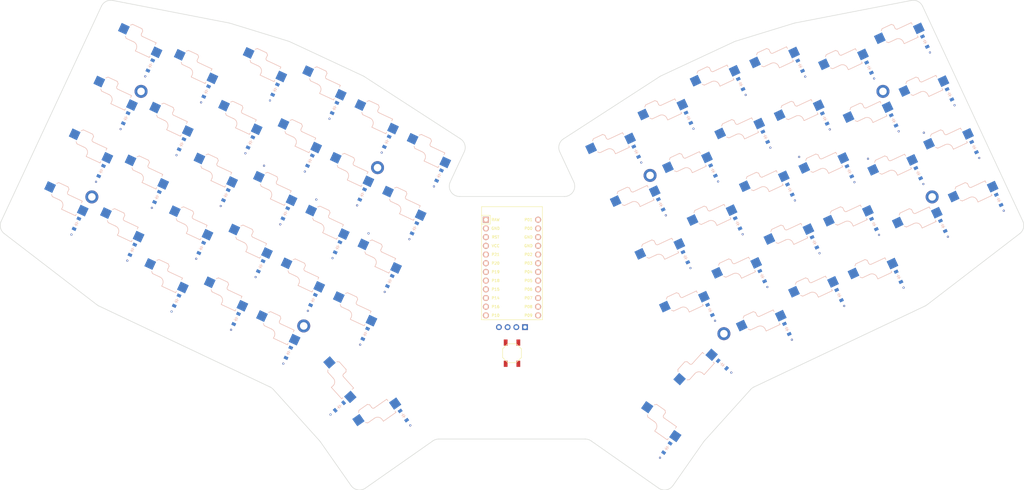
<source format=kicad_pcb>
(kicad_pcb (version 20240108) (generator "pcbnew") (generator_version "8.0")
  (title_block (title "choc") (date "2024-12-16") (rev "v1.0.0") (company "Unknown"))
  (layers (0 "F.Cu" signal) (31 "B.Cu" signal) (34 "B.Paste" user) (35 "F.Paste" user) (36 "B.SilkS" user "B.Silkscreen") (37 "F.SilkS" user "F.Silkscreen") (38 "B.Mask" user) (39 "F.Mask" user) (44 "Edge.Cuts" user))
  (net 0 "")
  (net 1 "P4")
  (net 2 "outer_bottom")
  (net 3 "GND")
  (net 4 "outer_home")
  (net 5 "outer_top")
  (net 6 "outer_num")
  (net 7 "P5")
  (net 8 "pinky_bottom")
  (net 9 "pinky_home")
  (net 10 "pinky_top")
  (net 11 "pinky_num")
  (net 12 "ring_mod")
  (net 13 "P6")
  (net 14 "ring_bottom")
  (net 15 "ring_home")
  (net 16 "ring_top")
  (net 17 "ring_num")
  (net 18 "middle_mod")
  (net 19 "P19")
  (net 20 "middle_bottom")
  (net 21 "middle_home")
  (net 22 "middle_top")
  (net 23 "middle_num")
  (net 24 "index_mod")
  (net 25 "P18")
  (net 26 "index_bottom")
  (net 27 "index_home")
  (net 28 "index_top")
  (net 29 "index_num")
  (net 30 "P15")
  (net 31 "inner_bottom")
  (net 32 "inner_home")
  (net 33 "inner_top")
  (net 34 "inner_num")
  (net 35 "select_fan")
  (net 36 "space_fan")
  (net 37 "mirror_outer_bottom")
  (net 38 "mirror_outer_home")
  (net 39 "mirror_outer_top")
  (net 40 "mirror_outer_num")
  (net 41 "mirror_pinky_bottom")
  (net 42 "mirror_pinky_home")
  (net 43 "mirror_pinky_top")
  (net 44 "mirror_pinky_num")
  (net 45 "mirror_ring_mod")
  (net 46 "mirror_ring_bottom")
  (net 47 "mirror_ring_home")
  (net 48 "mirror_ring_top")
  (net 49 "mirror_ring_num")
  (net 50 "mirror_middle_mod")
  (net 51 "mirror_middle_bottom")
  (net 52 "mirror_middle_home")
  (net 53 "mirror_middle_top")
  (net 54 "mirror_middle_num")
  (net 55 "mirror_index_mod")
  (net 56 "mirror_index_bottom")
  (net 57 "mirror_index_home")
  (net 58 "mirror_index_top")
  (net 59 "mirror_index_num")
  (net 60 "mirror_inner_bottom")
  (net 61 "mirror_inner_home")
  (net 62 "mirror_inner_top")
  (net 63 "mirror_inner_num")
  (net 64 "mirror_select_fan")
  (net 65 "mirror_space_fan")
  (net 66 "P16")
  (net 67 "P14")
  (net 68 "P20")
  (net 69 "P21")
  (net 70 "P10")
  (net 71 "P8")
  (net 72 "P7")
  (net 73 "P0")
  (net 74 "P1")
  (net 75 "P9")
  (net 76 "RAW")
  (net 77 "RST")
  (net 78 "VCC")
  (net 79 "P2")
  (net 80 "P3")
  (footprint "E73:SW_TACT_ALPS_SKQGABE010" (layer "F.Cu") (at 209.935485 168.520385 -90)
    (property "Reference" "B1" (hide yes))
    (property "Value" "" (hide yes))
  )
  (footprint "VIA-0.6mm" (layer "F.Cu") (at 346.359472 111.515429 25)
    (property "Reference" "REF**" (hide yes))
    (property "Value" "VIA-0.6mm" (hide yes))
  )
  (footprint "VIA-0.6mm" (layer "F.Cu") (at 117.707179 140.951237 -25)
    (property "Reference" "REF**" (hide yes))
    (property "Value" "VIA-0.6mm" (hide yes))
  )
  (footprint "VIA-0.6mm" (layer "F.Cu") (at 104.774585 126.093646 -25)
    (property "Reference" "REF**" (hide yes))
    (property "Value" "VIA-0.6mm" (hide yes))
  )
  (footprint "VIA-0.6mm" (layer "F.Cu") (at 168.03818 133.526386 -25)
    (property "Reference" "REF**" (hide yes))
    (property "Value" "VIA-0.6mm" (hide yes))
  )
  (footprint "mounting_hole" (layer "F.Cu") (at 250.259511 116.605972 25)
    (property "Reference" "H8" (hide yes))
    (property "Value" "")
  )
  (footprint "VIA-0.6mm" (layer "F.Cu") (at 124.89169 125.544005 -25)
    (property "Reference" "REF**" (hide yes))
    (property "Value" "VIA-0.6mm" (hide yes))
  )
  (footprint "VIA-0.6mm" (layer "F.Cu") (at 127.892755 161.699829 -25)
    (property "Reference" "REF**" (hide yes))
    (property "Value" "VIA-0.6mm" (hide yes))
  )
  (footprint "VIA-0.6mm" (layer "F.Cu") (at 317.113338 133.980149 25)
    (property "Reference" "REF**" (hide yes))
    (property "Value" "VIA-0.6mm" (hide yes))
  )
  (footprint "VIA-0.6mm" (layer "F.Cu") (at 110.522669 156.358469 -25)
    (property "Reference" "REF**" (hide yes))
    (property "Value" "VIA-0.6mm" (hide yes))
  )
  (footprint "VIA-0.6mm" (layer "F.Cu") (at 97.590075 141.500878 -25)
    (property "Reference" "REF**" (hide yes))
    (property "Value" "VIA-0.6mm" (hide yes))
  )
  (footprint "VIA-0.6mm" (layer "F.Cu") (at 135.077265 146.292596 -25)
    (property "Reference" "REF**" (hide yes))
    (property "Value" "VIA-0.6mm" (hide yes))
  )
  (footprint "VIA-0.6mm" (layer "F.Cu") (at 81.276535 133.89375 -25)
    (property "Reference" "REF**" (hide yes))
    (property "Value" "VIA-0.6mm" (hide yes))
  )
  (footprint "mounting_hole" (layer "F.Cu") (at 87.24126 122.882923 -25)
    (property "Reference" "H3" (hide yes))
    (property "Value" "")
  )
  (footprint "VIA-0.6mm" (layer "F.Cu") (at 315.676911 88.308093 25)
    (property "Reference" "REF**" (hide yes))
    (property "Value" "VIA-0.6mm" (hide yes))
  )
  (footprint "VIA-0.6mm" (layer "F.Cu") (at 262.044753 143.660072 25)
    (property "Reference" "REF**" (hide yes))
    (property "Value" "VIA-0.6mm" (hide yes))
  )
  (footprint "VIA-0.6mm" (layer "F.Cu") (at 142.261776 130.885364 -25)
    (property "Reference" "REF**" (hide yes))
    (property "Value" "VIA-0.6mm" (hide yes))
  )
  (footprint "VIA-0.6mm" (layer "F.Cu") (at 132.0762 110.136772 -25)
    (property "Reference" "REF**" (hide yes))
    (property "Value" "VIA-0.6mm" (hide yes))
  )
  (footprint "VIA-0.6mm" (layer "F.Cu") (at 165.591254 166.038393 -25)
    (property "Reference" "REF**" (hide yes))
    (property "Value" "VIA-0.6mm" (hide yes))
  )
  (footprint "VIA-0.6mm" (layer "F.Cu") (at 331.990451 80.700964 25)
    (property "Reference" "REF**" (hide yes))
    (property "Value" "VIA-0.6mm" (hide yes))
  )
  (footprint "VIA-0.6mm" (layer "F.Cu") (at 157.51877 140.758262 -25)
    (property "Reference" "REF**" (hide yes))
    (property "Value" "VIA-0.6mm" (hide yes))
  )
  (footprint "VIA-0.6mm" (layer "F.Cu") (at 295.559807 87.758451 25)
    (property "Reference" "REF**" (hide yes))
    (property "Value" "VIA-0.6mm" (hide yes))
  )
  (footprint "VIA-0.6mm" (layer "F.Cu") (at 309.928828 118.572916 25)
    (property "Reference" "REF**" (hide yes))
    (property "Value" "VIA-0.6mm" (hide yes))
  )
  (footprint "mounting_hole" (layer "F.Cu") (at 271.813042 162.827669 25)
    (property "Reference" "H5" (hide yes))
    (property "Value" "")
  )
  (footprint "VIA-0.6mm" (layer "F.Cu") (at 88.461045 118.486517 -25)
    (property "Reference" "REF**" (hide yes))
    (property "Value" "VIA-0.6mm" (hide yes))
  )
  (footprint "VIA-0.6mm" (layer "F.Cu") (at 277.301747 133.787174 25)
    (property "Reference" "REF**" (hide yes))
    (property "Value" "VIA-0.6mm" (hide yes))
  )
  (footprint "VIA-0.6mm" (layer "F.Cu") (at 254.860242 128.252839 25)
    (property "Reference" "REF**" (hide yes))
    (property "Value" "VIA-0.6mm" (hide yes))
  )
  (footprint "VIA-0.6mm" (layer "F.Cu") (at 306.927763 154.72874 25)
    (property "Reference" "REF**" (hide yes))
    (property "Value" "VIA-0.6mm" (hide yes))
  )
  (footprint "VIA-0.6mm" (layer "F.Cu") (at 322.861422 103.715325 25)
    (property "Reference" "REF**" (hide yes))
    (property "Value" "VIA-0.6mm" (hide yes))
  )
  (footprint "VIA-0.6mm" (layer "F.Cu") (at 270.117237 118.379941 25)
    (property "Reference" "REF**" (hide yes))
    (property "Value" "VIA-0.6mm" (hide yes))
  )
  (footprint "VIA-0.6mm" (layer "F.Cu") (at 95.645556 103.079285 -25)
    (property "Reference" "REF**" (hide yes))
    (property "Value" "VIA-0.6mm" (hide yes))
  )
  (footprint "VIA-0.6mm" (layer "F.Cu") (at 353.543983 126.922661 25)
    (property "Reference" "REF**" (hide yes))
    (property "Value" "VIA-0.6mm" (hide yes))
  )
  (footprint "mounting_hole" (layer "F.Cu") (at 318.26069 92.068458 25)
    (property "Reference" "H7" (hide yes))
    (property "Value" "")
  )
  (footprint "VIA-0.6mm" (layer "F.Cu") (at 273.971729 174.189332 48)
    (property "Reference" "REF**" (hide yes))
    (property "Value" "VIA-0.6mm" (hide yes))
  )
  (footprint "VIA-0.6mm" (layer "F.Cu") (at 150.33426 156.165494 -25)
    (property "Reference" "REF**" (hide yes))
    (property "Value" "VIA-0.6mm" (hide yes))
  )
  (footprint "VIA-0.6mm" (layer "F.Cu") (at 187.144786 119.816695 -25)
    (property "Reference" "REF**" (hide yes))
    (property "Value" "VIA-0.6mm" (hide yes))
  )
  (footprint "VIA-0.6mm" (layer "F.Cu") (at 313.897654 111.757021 25)
    (property "Reference" "REF**" (hide yes))
    (property "Value" "VIA-0.6mm" (hide yes))
  )
  (footprint "mounting_hole" (layer "F.Cu") (at 170.668006 114.340202 -25)
    (property "Reference" "H1" (hide yes))
    (property "Value" "")
  )
  (footprint "VIA-0.6mm" (layer "F.Cu") (at 278.189721 93.099811 25)
    (property "Reference" "REF**" (hide yes))
    (property "Value" "VIA-0.6mm" (hide yes))
  )
  (footprint "VIA-0.6mm" (layer "F.Cu") (at 137.524191 113.78059 -25)
    (property "Reference" "REF**" (hide yes))
    (property "Value" "VIA-0.6mm" (hide yes))
  )
  (footprint "VIA-0.6mm" (layer "F.Cu") (at 149.446286 115.478131 -25)
    (property "Reference" "REF**" (hide yes))
    (property "Value" "VIA-0.6mm" (hide yes))
  )
  (footprint "VIA-0.6mm" (layer "F.Cu") (at 285.374231 108.507043 25)
    (property "Reference" "REF**" (hide yes))
    (property "Value" "VIA-0.6mm" (hide yes))
  )
  (footprint "VIA-0.6mm" (layer "F.Cu") (at 180.227314 189.600647 35)
    (property "Reference" "REF**" (hide yes))
    (property "Value" "VIA-0.6mm" (hide yes))
  )
  (footprint "mounting_hole" (layer "F.Cu") (at 332.629711 122.882923 25)
    (property "Reference" "H6" (hide yes))
    (property "Value" "")
  )
  (footprint "VIA-0.6mm" (layer "F.Cu") (at 330.045932 119.122558 25)
    (property "Reference" "REF**" (hide yes))
    (property "Value" "VIA-0.6mm" (hide yes))
  )
  (footprint "VIA-0.6mm" (layer "F.Cu") (at 143.149749 171.572727 -25)
    (property "Reference" "REF**" (hide yes))
    (property "Value" "VIA-0.6mm" (hide yes))
  )
  (footprint "VIA-0.6mm" (layer "F.Cu") (at 156.936551 186.447506 -48)
    (property "Reference" "REF**" (hide yes))
    (property "Value" "VIA-0.6mm" (hide yes))
  )
  (footprint "VIA-0.6mm" (layer "F.Cu") (at 284.486258 149.194406 25)
    (property "Reference" "REF**" (hide yes))
    (property "Value" "VIA-0.6mm" (hide yes))
  )
  (footprint "VIA-0.6mm" (layer "F.Cu") (at 299.743252 139.321508 25)
    (property "Reference" "REF**" (hide yes))
    (property "Value" "VIA-0.6mm" (hide yes))
  )
  (footprint "VIA-0.6mm" (layer "F.Cu") (at 171.887791 109.943797 -25)
    (property "Reference" "REF**" (hide yes))
    (property "Value" "VIA-0.6mm" (hide yes))
  )
  (footprint "VIA-0.6mm" (layer "F.Cu") (at 139.260711 94.72954 -25)
    (property "Reference" "REF**" (hide yes))
    (property "Value" "VIA-0.6mm" (hide yes))
  )
  (footprint "VIA-0.6mm" (layer "F.Cu") (at 292.558742 123.914275 25)
    (property "Reference" "REF**" (hide yes))
    (property "Value" "VIA-0.6mm" (hide yes))
  )
  (footprint "VIA-0.6mm" (layer "F.Cu") (at 102.830066 87.672052 -25)
    (property "Reference" "REF**" (hide yes))
    (property "Value" "VIA-0.6mm" (hide yes))
  )
  (footprint "VIA-0.6mm" (layer "F.Cu") (at 164.703281 125.35103 -25)
    (property "Reference" "REF**" (hide yes))
    (property "Value" "VIA-0.6mm" (hide yes))
  )
  (footprint "VIA-0.6mm" (layer "F.Cu") (at 291.670768 164.601638 25)
    (property "Reference" "REF**" (hide yes))
    (property "Value" "VIA-0.6mm" (hide yes))
  )
  (footprint "VIA-0.6mm" (layer "F.Cu") (at 119.143606 95.279181 -25)
    (property "Reference" "REF**" (hide yes))
    (property "Value" "VIA-0.6mm" (hide yes))
  )
  (footprint "VIA-0.6mm" (layer "F.Cu") (at 253.15557 199.06179 -35)
    (property "Reference" "REF**" (hide yes))
    (property "Value" "VIA-0.6mm" (hide yes))
  )
  (footprint "mounting_hole" (layer "F.Cu") (at 101.610281 92.068458 -25)
    (property "Reference" "H2" (hide yes))
    (property "Value" "")
  )
  (footprint "VIA-0.6mm" (layer "F.Cu") (at 269.229263 159.067304 25)
    (property "Reference" "REF**" (hide yes))
    (property "Value" "VIA-0.6mm" (hide yes))
  )
  (footprint "mounting_hole" (layer "F.Cu") (at 149.114474 160.5619 -25)
    (property "Reference" "H4" (hide yes))
    (property "Value" "")
  )
  (footprint "VIA-0.6mm" (layer "F.Cu") (at 111.959096 110.686414 -25)
    (property "Reference" "REF**" (hide yes))
    (property "Value" "VIA-0.6mm" (hide yes))
  )
  (footprint "VIA-0.6mm" (layer "F.Cu") (at 179.960275 135.223928 -25)
    (property "Reference" "REF**" (hide yes))
    (property "Value" "VIA-0.6mm" (hide yes))
  )
  (footprint "VIA-0.6mm" (layer "F.Cu") (at 156.630797 100.070899 -25)
    (property "Reference" "REF**" (hide yes))
    (property "Value" "VIA-0.6mm" (hide yes))
  )
  (footprint "VIA-0.6mm" (layer "F.Cu") (at 247.675732 112.845607 25)
    (property "Reference" "REF**" (hide yes))
    (property "Value" "VIA-0.6mm" (hide yes))
  )
  (footprint "VIA-0.6mm" (layer "F.Cu") (at 324.297848 149.387381 25)
    (property "Reference" "REF**" (hide yes))
    (property "Value" "VIA-0.6mm" (hide yes))
  )
  (footprint "VIA-0.6mm" (layer "F.Cu") (at 152.781185 123.653488 -25)
    (property "Reference" "REF**" (hide yes))
    (property "Value" "VIA-0.6mm" (hide yes))
  )
  (footprint "VIA-0.6mm" (layer "F.Cu") (at 339.174962 96.108196 25)
    (property "Reference" "REF**" (hide yes))
    (property "Value" "VIA-0.6mm" (hide yes))
  )
  (footprint "VIA-0.6mm" (layer "F.Cu") (at 302.744317 103.165684 25)
    (property "Reference" "REF**" (hide yes))
    (property "Value" "VIA-0.6mm" (hide yes))
  )
  (footprint "VIA-0.6mm" (layer "F.Cu") (at 293.78055 111.20738 25)
    (property "Reference" "REF**" (hide yes))
    (property "Value" "VIA-0.6mm" (hide yes))
  )
  (footprint "VIA-0.6mm" (layer "F.Cu") (at 337.230442 134.52979 25)
    (property "Reference" "REF**" (hide yes))
    (property "Value" "VIA-0.6mm" (hide yes))
  )
  (footprint "VIA-0.6mm" (layer "F.Cu") (at 172.775765 150.63116 -25)
    (property "Reference" "REF**" (hide yes))
    (property "Value" "VIA-0.6mm" (hide yes))
  )
  (footprint "ProMicro" (layer "F.Cu") (at 209.935485 143.520385 -90)
    (property "Reference" "MCU1" (hide yes))
    (property "Value" "" (hide yes))
  )
  (footprint "VIA-0.6mm" (layer "F.Cu") (at 262.932726 102.972709 25)
    (property "Reference" "REF**" (hide yes))
    (property "Value" "VIA-0.6mm" (hide yes))
  )
  (footprint "VIA-0.6mm" (layer "F.Cu") (at 330.211194 104.149893 25)
    (property "Reference" "REF**" (hide yes))
    (property "Value" "VIA-0.6mm" (hide yes))
  )
  (footprint "lib:OLED_headers" (layer "F.Cu") (at 203.935485 162.520385 90)
    (property "Reference" "OLED1" (hide yes))
    (property "Value" "OLED")
  )
  (footprint "ceoloide:switch_choc_v1_v2" (layer "B.Cu") (at 181.360485 112.70592 -25)
    (property "Reference" "S27" (hide yes))
    (property "Value" "")
  )
  (footprint "ceoloide:switch_choc_v1_v2" (layer "B.Cu") (at 268.136501 133.647487 25)
    (property "Reference" "S50" (hide yes))
    (property "Value" "")
  )
  (footprint "ceoloide:diode_tht_sod123" (layer "B.Cu") (at 276.710557 89.927734 115)
    (property "Reference" "D47" (hide yes))
    (property "Value" "")
  )
  (footprint "ceoloide:diode_tht_sod123" (layer "B.Cu") (at 99.069239 138.328801 65)
    (property "Reference" "D5" (hide yes))
    (property "Value" "")
  )
  (footprint "ceoloide:diode_tht_sod123" (layer "B.Cu") (at 268.638073 115.207864 115)
    (property "Reference" "D51" (hide yes))
    (property "Value" "")
  )
  (footprint "ceoloide:switch_choc_v1_v2" (layer "B.Cu") (at 174.175975 128.113152 -25)
    (property "Reference" "S26" (hide yes))
    (property "Value" "")
  )
  (footprint "ceoloide:diode_tht_sod123" (layer "B.Cu") (at 144.628913 168.400649 65)
    (property "Reference" "D19" (hide yes))
    (property "Value" "")
  )
  (footprint "ceoloide:diode_tht_sod123" (layer "B.Cu") (at 126.370854 122.371927 65)
    (property "Reference" "D11" (hide yes))
    (property "Value" "")
  )
  (footprint "ceoloide:diode_tht_sod123" (layer "B.Cu") (at 322.818685 146.215304 115)
    (property "Reference" "D38" (hide yes))
    (property "Value" "")
  )
  (footprint "ceoloide:diode_tht_sod123" (layer "B.Cu") (at 174.254929 147.459083 65)
    (property "Reference" "D25" (hide yes))
    (property "Value" "")
  )
  (footprint "ceoloide:diode_tht_sod123" (layer "B.Cu") (at 97.12472 99.907208 65)
    (property "Reference" "D3" (hide yes))
    (property "Value" "")
  )
  (footprint "ceoloide:switch_choc_v1_v2" (layer "B.Cu") (at 144.549959 149.054719 -25)
    (property "Reference" "S20" (hide yes))
    (property "Value" "")
  )
  (footprint "ceoloide:diode_tht_sod123" (layer "B.Cu") (at 283.895067 105.334966 115)
    (property "Reference" "D46" (hide yes))
    (property "Value" "")
  )
  (footprint "ceoloide:switch_choc_v1_v2" (layer "B.Cu") (at 129.292965 139.181821 -25)
    (property "Reference" "S15" (hide yes))
    (property "Value" "")
  )
  (footprint "ceoloide:diode_tht_sod123" (layer "B.Cu") (at 321.382258 100.543248 115)
    (property "Reference" "D36" (hide yes))
    (property "Value" "")
  )
  (footprint "ceoloide:diode_tht_sod123" (layer "B.Cu") (at 271.370722 171.847375 138)
    (property "Reference" "D57" (hide yes))
    (property "Value" "")
  )
  (footprint "ceoloide:switch_choc_v1_v2" (layer "B.Cu") (at 307.948091 133.840462 25)
    (property "Reference" "S39" (hide yes))
    (property "Value" "")
  )
  (footprint "ceoloide:switch_choc_v1_v2" (layer "B.Cu") (at 337.194226 111.375742 25)
    (property "Reference" "S31" (hide yes))
    (property "Value" "")
  )
  (footprint "ceoloide:diode_tht_sod123" (layer "B.Cu") (at 291.079578 120.742198 115)
    (property "Reference" "D45" (hide yes))
    (property "Value" "")
  )
  (footprint "ceoloide:diode_tht_sod123" (layer "B.Cu") (at 178.219796 186.733614 125)
    (property "Reference" "D29" (hide yes))
    (property "Value" "")
  )
  (footprint "ceoloide:diode_tht_sod123" (layer "B.Cu") (at 298.264088 136.149431 115)
    (property "Reference" "D44" (hide yes))
    (property "Value" "")
  )
  (footprint "ceoloide:diode_tht_sod123" (layer "B.Cu") (at 82.755699 130.721672 65)
    (property "Reference" "D1" (hide yes))
    (property "Value" "")
  )
  (footprint "ceoloide:diode_tht_sod123" (layer "B.Cu") (at 261.453562 99.800632 115)
    (property "Reference" "D52" (hide yes))
    (property "Value" "")
  )
  (footprint "ceoloide:diode_tht_sod123" (layer "B.Cu") (at 151.813424 152.993417 65)
    (property "Reference" "D20" (hide yes))
    (property "Value" "")
  )
  (footprint "ceoloide:switch_choc_v1_v2" (layer "B.Cu") (at 252.879506 143.520385 25)
    (property "Reference" "S54" (hide yes))
    (property "Value" "")
  )
  (footprint "ceoloide:switch_choc_v1_v2" (layer "B.Cu") (at 133.47641 87.618765 -25)
    (property "Reference" "S13" (hide yes))
    (property "Value" "")
  )
  (footprint "ceoloide:switch_choc_v1_v2" (layer "B.Cu") (at 313.696175 103.575638 25)
    (property "Reference" "S36" (hide yes))
    (property "Value" "")
  )
  (footprint "ceoloide:diode_tht_sod123" (layer "B.Cu") (at 344.880308 108.343352 115)
    (property "Reference" "D31" (hide yes))
    (property "Value" "")
  )
  (footprint "ceoloide:diode_tht_sod123" (layer "B.Cu") (at 255.163087 196.194758 55)
    (property "Reference" "D58" (hide yes))
    (property "Value" "")
  )
  (footprint "ceoloide:switch_choc_v1_v2" (layer "B.Cu") (at 136.477475 123.774589 -25)
    (property "Reference" "S16" (hide yes))
    (property "Value" "")
  )
  (footprint "ceoloide:switch_choc_v1_v2" (layer "B.Cu") (at 269.024474 92.960124 25)
    (property "Reference" "S47" (hide yes))
    (property "Value" "")
  )
  (footprint "ceoloide:switch_choc_v1_v2" (layer "B.Cu") (at 290.578006 139.181821 25)
    (property "Reference" "S44" (hide yes))
    (property "Value" "")
  )
  (footprint "ceoloide:switch_choc_v1_v2" (layer "B.Cu") (at 137.365449 164.461951 -25)
    (property "Reference" "S19" (hide yes))
    (property "Value" "")
  )
  (footprint "ceoloide:switch_choc_v1_v2" (layer "B.Cu") (at 293.579071 103.025997 25)
    (property "Reference" "S41" (hide yes))
    (property "Value" "")
  )
  (footprint "ceoloide:diode_tht_sod123" (layer "B.Cu") (at 113.43826 107.514336 65)
    (property "Reference" "D7" (hide yes))
    (property "Value" "")
  )
  (footprint "ceoloide:switch_choc_v1_v2" (layer "B.Cu") (at 322.825205 80.561277 25)
    (property "Reference" "S33" (hide yes))
    (property "Value" "")
  )
  (footprint "ceoloide:diode_tht_sod123" (layer "B.Cu") (at 290.191604 161.429561 115)
    (property "Reference" "D48" (hide yes))
    (property "Value" "")
  )
  (footprint "ceoloide:diode_tht_sod123" (layer "B.Cu") (at 352.064819 123.750584 115)
    (property "Reference" "D30" (hide yes))
    (property "Value" "")
  )
  (footprint "ceoloide:diode_tht_sod123" (layer "B.Cu") (at 301.265153 99.993607 115)
    (property "Reference" "D41" (hide yes))
    (property "Value" "")
  )
  (footprint "ceoloide:switch_choc_v1_v2" (layer "B.Cu") (at 283.393495 123.774589 25)
    (property "Reference" "S45" (hide yes))
    (property "Value" "")
  )
  (footprint "ceoloide:switch_choc_v1_v2" (layer "B.Cu") (at 119.107389 118.433229 -25)
    (property "Reference" "S11" (hide yes))
    (property "Value" "")
  )
  (footprint "ceoloide:diode_tht_sod123" (layer "B.Cu") (at 260.565589 140.487995 115)
    (property "Reference" "D54" (hide yes))
    (property "Value" "")
  )
  (footprint "ceoloide:diode_tht_sod123" (layer "B.Cu") (at 158.109961 96.898822 65)
    (property "Reference" "D18" (hide yes))
    (property "Value" "")
  )
  (footprint "ceoloide:switch_choc_v1_v2" (layer "B.Cu") (at 276.208985 108.367356 25)
    (property "Reference" "S46" (hide yes))
    (property "Value" "")
  )
  (footprint "ceoloide:switch_choc_v1_v2" (layer "B.Cu") (at 248.693919 191.05461 -35)
    (property "Reference" "S58" (hide yes))
    (property "Value" "")
  )
  (footprint "ceoloide:switch_choc_v1_v2" (layer "B.Cu") (at 171.177051 191.05461 35)
    (property "Reference" "S29" (hide yes))
    (property "Value" "")
  )
  (footprint "ceoloide:switch_choc_v1_v2" (layer "B.Cu") (at 126.2919 103.025997 -25)
    (property "Reference" "S12" (hide yes))
    (property "Value" "")
  )
  (footprint "ceoloide:switch_choc_v1_v2" (layer "B.Cu") (at 286.39456 87.618765 25)
    (property "Reference" "S42" (hide yes))
    (property "Value" "")
  )
  (footprint "ceoloide:diode_tht_sod123" (layer "B.Cu") (at 337.695798 92.936119 115)
    (property "Reference" "D32" (hide yes))
    (property "Value" "")
  )
  (footprint "ceoloide:diode_tht_sod123" (layer "B.Cu") (at 120.62277 92.107104 65)
    (property "Reference" "D8" (hide yes))
    (property "Value" "")
  )
  (footprint "ceoloide:switch_choc_v1_v2" (layer "B.Cu") (at 159.806954 158.927617 -25)
    (property "Reference" "S24" (hide yes))
    (property "Value" "")
  )
  (footprint "ceoloide:switch_choc_v1_v2" (layer "B.Cu") (at 260.95199 118.240254 25)
    (property "Reference" "S51" (hide yes))
    (property "Value" "")
  )
  (footprint "ceoloide:diode_tht_sod123" (layer "B.Cu") (at 314.197747 85.136016 115)
    (property "Reference" "D37" (hide yes))
    (property "Value" "")
  )
  (footprint "ceoloide:switch_choc_v1_v2" (layer "B.Cu") (at 166.103491 102.833022 -25)
    (property "Reference" "S23" (hide yes))
    (property "Value" "")
  )
  (footprint "ceoloide:switch_choc_v1_v2" (layer "B.Cu") (at 158.91898 118.240254 -25)
    (property "Reference" "S22" (hide yes))
    (property "Value" "")
  )
  (footprint "ceoloide:switch_choc_v1_v2" (layer "B.Cu") (at 151.73447 133.647487 -25)
    (property "Reference" "S21" (hide yes))
    (property "Value" "")
  )
  (footprint "ceoloide:switch_choc_v1_v2" (layer "B.Cu") (at 166.991464 143.520385 -25)
    (property "Reference" "S25" (hide yes))
    (property "Value" "")
  )
  (footprint "ceoloide:switch_choc_v1_v2" (layer "B.Cu") (at 245.694996 128.113152 25)
    (property "Reference" "S55" (hide yes))
    (property "Value" "")
  )
  (footprint "ceoloide:diode_tht_sod123" (layer "B.Cu") (at 143.74094 127.713287 65)
    (property "Reference" "D16" (hide yes))
    (property "Value" "")
  )
  (footprint "ceoloide:diode_tht_sod123" (layer "B.Cu") (at 129.371919 158.527751 65)
    (property "Reference" "D14" (hide yes))
    (property "Value" "")
  )
  (footprint "ceoloide:switch_choc_v1_v2" (layer "B.Cu") (at 150.846496 92.960124 -25)
    (property "Reference" "S18" (hide yes))
    (property "Value" "")
  )
  (footprint "ceoloide:switch_choc_v1_v2" (layer "B.Cu") (at 143.661986 108.367356 -25)
    (property "Reference" "S17" (hide yes))
    (property "Value" "")
  )
  (footprint "ceoloide:diode_tht_sod123" (layer "B.Cu") (at 246.196568 109.67353 115)
    (property "Reference" "D56" (hide yes))
    (property "Value" "")
  )
  (footprint "ceoloide:diode_tht_sod123" (layer "B.Cu") (at 283.007094 146.022329 115)
    (property "Reference" "D49" (hide yes))
    (property "Value" "")
  )
  (footprint "ceoloide:diode_tht_sod123" (layer "B.Cu") (at 305.448599 151.556663 115)
    (property "Reference" "D43" (hide yes))
    (property "Value" "")
  )
  (footprint "ceoloide:diode_tht_sod123" (layer "B.Cu") (at 119.186343 137.77916 65)
    (property "Reference" "D10" (hide yes))
    (property "Value" "")
  )
  (footprint "ceoloide:switch_choc_v1_v2" (layer "B.Cu") (at 275.321011 149.054719 25)
    (property "Reference" "S49" (hide yes))
    (property "Value" "")
  )
  (footprint "ceoloide:diode_tht_sod123" (layer "B.Cu") (at 133.555364 106.964695 65)
    (property "Reference" "D12" (hide yes))
    (property "Value" "")
  )
  (footprint "ceoloide:diode_tht_sod123" (layer "B.Cu") (at 158.997934 137.586185 65)
    (property "Reference" "D21" (hide yes))
    (property "Value" "")
  )
  (footprint "ceoloide:switch_choc_v1_v2" (layer "B.Cu") (at 297.762516 154.589053 25)
    (property "Reference" "S43" (hide yes))
    (property "Value" "")
  )
  (footprint "ceoloide:diode_tht_sod123" (layer "B.Cu") (at 188.62395 116.644618 65)
    (property "Reference" "D27" (hide yes))
    (property "Value" "")
  )
  (footprint "ceoloide:diode_tht_sod123" (layer "B.Cu") (at 159.537558 184.105549 42)
    (property "Reference" "D28" (hide yes))
    (property "Value" "")
  )
  (footprint "ceoloide:switch_choc_v1_v2" (layer "B.Cu") (at 106.174795 103.575638 -25)
    (property "Reference" "S7" (hide yes))
    (property "Value" "")
  )
  (footprint "ceoloide:diode_tht_sod123" (layer "B.Cu") (at 181.439439 132.05185 65)
    (property "Reference" "D26" (hide yes))
    (property "Value" "")
  )
  (footprint "ceoloide:switch_choc_v1_v2" (layer "B.Cu") (at 328.065196 134.390103 25)
    (property "Reference" "S34" (hide yes))
    (property "Value" "")
  )
  (footprint "ceoloide:diode_tht_sod123" (layer "B.Cu") (at 89.940209 115.31444 65)
    (property "Reference" "D2" (hide yes))
    (property "Value" "")
  )
  (footprint "ceoloide:switch_choc_v1_v2" (layer "B.Cu") (at 122.108454 154.589053 -25)
    (property "Reference" "S14" (hide yes))
    (property "Value" "")
  )
  (footprint "ceoloide:switch_choc_v1_v2" (layer "B.Cu") (at 111.922879 133.840462 -25)
    (property "Reference" "S10" (hide yes))
    (property "Value" "")
  )
  (footprint "ceoloide:diode_tht_sod123" (layer "B.Cu") (at 328.566768 115.95048 115)
    (property "Reference" "D35" (hide yes))
    (property "Value" "")
  )
  (footprint "ceoloide:switch_choc_v1_v2" (layer "B.Cu") (at 104.738369 149.247694 -25)
    (property "Reference" "S9" (hide yes))
    (property "Value" "")
  )
  (footprint "ceoloide:diode_tht_sod123" (layer "B.Cu") (at 104.30923 84.499975 65)
    (property "Reference" "D4" (hide yes))
    (property "Value" "")
  )
  (footprint "ceoloide:diode_tht_sod123" (layer "B.Cu") (at 335.751279 131.357713 115)
    (property "Reference" "D34" (hide yes))
    (property "Value" "")
  )
  (footprint "ceoloide:diode_tht_sod123" (layer "B.Cu") (at 166.182445 122.178952 65)
    (property "Reference" "D22" (hide yes))
    (property "Value" "")
  )
  (footprint "ceoloide:switch_choc_v1_v2" (layer "B.Cu") (at 253.76748 102.833022 25)
    (property "Reference" "S52" (hide yes))
    (property "Value" "")
  )
  (footprint "ceoloide:diode_tht_sod123" (layer "B.Cu") (at 253.381078 125.080762 115)
    (property "Reference" "D55" (hide yes))
    (property "Value" "")
  )
  (footprint "ceoloide:switch_choc_v1_v2" (layer "B.Cu") (at 300.763581 118.433229 25)
    (property "Reference" "S40" (hide yes))
    (property "Value" "")
  )
  (footprint "ceoloide:switch_choc_v1_v2" (layer "B.Cu") (at 113.359306 88.168406 -25)
    (property "Reference" "S8" (hide yes))
    (property "Value" "")
  )
  (footprint "ceoloide:diode_tht_sod123" (layer "B.Cu") (at 330.511287 77.528887 115)
    (property "Reference" "D33" (hide yes))
    (property "Value" "")
  )
  (footprint "ceoloide:switch_choc_v1_v2" (layer "B.Cu") (at 154.390476 177.641897 -48)
    (property "Reference" "S28" (hide yes))
    (property "Value" "")
  )
  (footprint "ceoloide:diode_tht_sod123" (layer "B.Cu") (at 140.739875 91.557463 65)
    (property "Reference" "D13" (hide yes))
    (property "Value" "")
  )
  (footprint "ceoloide:switch_choc_v1_v2" (layer "B.Cu") (at 306.511665 88.168406 25)
    (property "Reference" "S37" (hide yes))
    (property "Value" "")
  )
  (footprint "ceoloide:diode_tht_sod123" (layer "B.Cu") (at 173.366955 106.77172 65)
    (property "Reference" "D23" (hide yes))
    (property "Value" "")
  )
  (footprint "ceoloide:diode_tht_sod123" (layer "B.Cu") (at 136.556429 143.120519 65)
    (property "Reference" "D15" (hide yes))
    (property "Value" "")
  )
  (footprint "ceoloide:switch_choc_v1_v2" (layer "B.Cu") (at 82.676745 111.375742 -25)
    (property "Reference" "S2" (hide yes))
    (property "Value" "")
  )
  (footprint "ceoloide:diode_tht_sod123" (layer "B.Cu") (at 275.822583 130.615096 115)
    (property "Reference" "D50" (hide yes))
    (property "Value" "")
  )
  (footprint "ceoloide:diode_tht_sod123" (layer "B.Cu") (at 167.070418 162.866315 65)
    (property "Reference" "D24" (hide yes))
    (property "Value" "")
  )
  (footprint "ceoloide:diode_tht_sod123" (layer "B.Cu") (at 106.253749 122.921569 65)
    (property "Reference" "D6" (hide yes))
    (property "Value" "")
  )
  (footprint "ceoloide:diode_tht_sod123" (layer "B.Cu") (at 112.001833 153.186392 65)
    (property "Reference" "D9" (hide yes))
    (property "Value" "")
  )
  (footprint "ceoloide:switch_choc_v1_v2" (layer "B.Cu") (at 315.132602 149.247694 25)
    (property "Reference" "S38" (hide yes))
    (property "Value" "")
  )
  (footprint "ceoloide:switch_choc_v1_v2" (layer "B.Cu") (at 89.861255 95.96851 -25)
    (property "Reference" "S3" (hide yes))
    (property "Value" "")
  )
  (footprint "ceoloide:diode_tht_sod123" (layer "B.Cu") (at 150.92545 112.306054 65)
    (property "Reference" "D17" (hide yes))
    (property "Value" "")
  )
  (footprint "ceoloide:switch_choc_v1_v2" (layer "B.Cu") (at 320.880686 118.982871 25)
    (property "Reference" "S35" (hide yes))
    (property "Value" "")
  )
  (footprint "ceoloide:diode_tht_sod123" (layer "B.Cu") (at 315.634174 130.808071 115)
    (property "Reference" "D39" (hide yes))
    (property "Value" "")
  )
  (footprint "ceoloide:switch_choc_v1_v2" (layer "B.Cu") (at 260.064017 158.927617 25)
    (property "Reference" "S53" (hide yes))
    (property "Value" "")
  )
  (footprint "ceoloide:switch_choc_v1_v2" (layer "B.Cu") (at 75.492234 126.782974 -25)
    (property "Reference" "S1" (hide yes))
    (property "Value" "")
  )
  (footprint "ceoloide:switch_choc_v1_v2" (layer "B.Cu") (at 344.378736 126.782974 25)
    (property "Reference" "S30" (hide yes))
    (property "Value" "")
  )
  (footprint "ceoloide:diode_tht_sod123" (layer "B.Cu") (at 308.449664 115.400839 115)
    (property "Reference" "D40" (hide yes))
    (property "Value" "")
  )
  (footprint "ceoloide:switch_choc_v1_v2" (layer "B.Cu") (at 98.990285 118.982871 -25)
    (property "Reference" "S6" (hide yes))
    (property "Value" "")
  )
  (footprint "ceoloide:switch_choc_v1_v2" (layer "B.Cu") (at 282.505522 164.461951 25)
    (property "Reference" "S48" (hide yes))
    (property "Value" "")
  )
  (footprint "ceoloide:switch_choc_v1_v2" (layer "B.Cu") (at 330.009715 95.96851 25)
    (property "Reference" "S32" (hide yes))
    (property "Value" "")
  )
  (footprint "ceoloide:diode_tht_sod123" (layer "B.Cu") (at 267.750099 155.895227 115)
    (property "Reference" "D53" (hide yes))
    (property "Value" "")
  )
  (footprint "ceoloide:switch_choc_v1_v2" (layer "B.Cu") (at 265.480495 177.641897 48)
    (property "Reference" "S57" (hide yes))
    (property "Value" "")
  )
  (footprint "ceoloide:switch_choc_v1_v2" (layer "B.Cu") (at 97.045766 80.561277 -25)
    (property "Reference" "S4" (hide yes))
    (property "Value" "")
  )
  (footprint "ceoloide:switch_choc_v1_v2" (layer "B.Cu") (at 238.510485 112.70592 25)
    (property "Reference" "S56" (hide yes))
    (property "Value" "")
  )
  (footprint "ceoloide:diode_tht_sod123" (layer "B.Cu") (at 294.080643 84.586374 115)
    (property "Reference" "D42" (hide yes))
    (property "Value" "")
  )
  (footprint "ceoloide:switch_choc_v1_v2" (layer "B.Cu") (at 91.805775 134.390103 -25)
    (property "Reference" "S5" (hide yes))
    (property "Value" "")
  )
  (gr_arc (start 227.969059 118.494177) (mid 227.780288 121.373913) (end 225.250135 122.762032) (stroke (width 0.15)) (layer "Edge.Cuts"))
  (gr_line (start 89.292444 154.735996) (end 139.278449 178.391302) (stroke (width 0.15)) (layer "Edge.Cuts"))
  (gr_line (start 326.541212 65.512801) (end 292.567824 72.094259) (stroke (width 0.15)) (layer "Edge.Cuts"))
  (gr_arc (start 279.646359 179.095591) (mid 280.084487 178.696489) (end 280.592521 178.391302) (stroke (width 0.15)) (layer "Edge.Cuts"))
  (gr_line (start 166.394388 87.521378) (end 145.018825 77.55379) (stroke (width 0.15)) (layer "Edge.Cuts"))
  (gr_arc (start 253.114599 87.721646) (mid 253.292134 87.615264) (end 253.476583 87.521379) (stroke (width 0.15)) (layer "Edge.Cuts"))
  (gr_arc (start 223.878616 109.722194) (mid 223.714399 107.625077) (end 224.967701 105.935683) (stroke (width 0.15)) (layer "Edge.Cuts"))
  (gr_arc (start 256.925319 207.196711) (mid 254.988927 208.429342) (end 252.747994 207.932211) (stroke (width 0.15)) (layer "Edge.Cuts"))
  (gr_arc (start 61.664911 133.600048) (mid 60.578185 131.933231) (end 60.773468 129.953051) (stroke (width 0.15)) (layer "Edge.Cuts"))
  (gr_line (start 225.250135 122.762032) (end 194.620835 122.762032) (stroke (width 0.15)) (layer "Edge.Cuts"))
  (gr_line (start 253.114599 87.721646) (end 224.967701 105.935683) (stroke (width 0.15)) (layer "Edge.Cuts"))
  (gr_arc (start 359.097502 129.953051) (mid 359.292782 131.933228) (end 358.20606 133.600048) (stroke (width 0.15)) (layer "Edge.Cuts"))
  (gr_arc (start 331.122735 154.403457) (mid 330.85949 154.584225) (end 330.578527 154.735996) (stroke (width 0.15)) (layer "Edge.Cuts"))
  (gr_line (start 359.097502 129.953052) (end 329.830699 67.19019) (stroke (width 0.15)) (layer "Edge.Cuts"))
  (gr_line (start 191.901912 118.494177) (end 195.992355 109.722194) (stroke (width 0.15)) (layer "Edge.Cuts"))
  (gr_line (start 274.852146 77.55379) (end 253.476583 87.521378) (stroke (width 0.15)) (layer "Edge.Cuts"))
  (gr_line (start 292.256625 72.172013) (end 275.238238 77.405224) (stroke (width 0.15)) (layer "Edge.Cuts"))
  (gr_line (start 90.040271 67.19019) (end 60.773468 129.953052) (stroke (width 0.15)) (layer "Edge.Cuts"))
  (gr_line (start 223.878616 109.722194) (end 227.969059 118.494177) (stroke (width 0.15)) (layer "Edge.Cuts"))
  (gr_line (start 127.303147 72.094259) (end 93.329758 65.512801) (stroke (width 0.15)) (layer "Edge.Cuts"))
  (gr_arc (start 194.620835 122.762032) (mid 192.090612 121.373937) (end 191.901912 118.494177) (stroke (width 0.15)) (layer "Edge.Cuts"))
  (gr_arc (start 194.90327 105.935683) (mid 196.156509 107.62509) (end 195.992355 109.722194) (stroke (width 0.15)) (layer "Edge.Cuts"))
  (gr_arc (start 90.040271 67.19019) (mid 91.396371 65.785433) (end 93.329758 65.512801) (stroke (width 0.15)) (layer "Edge.Cuts"))
  (gr_line (start 266.119367 194.118838) (end 279.646359 179.095591) (stroke (width 0.15)) (layer "Edge.Cuts"))
  (gr_arc (start 167.122977 207.932211) (mid 164.882022 208.429349) (end 162.945651 207.196711) (stroke (width 0.15)) (layer "Edge.Cuts"))
  (gr_line (start 194.903269 105.935683) (end 166.756371 87.721646) (stroke (width 0.15)) (layer "Edge.Cuts"))
  (gr_line (start 140.224612 179.095591) (end 153.751603 194.118838) (stroke (width 0.15)) (layer "Edge.Cuts"))
  (gr_arc (start 274.852146 77.55379) (mid 275.042628 77.472844) (end 275.238238 77.405224) (stroke (width 0.15)) (layer "Edge.Cuts"))
  (gr_line (start 233.042798 194.134485) (end 252.747994 207.932211) (stroke (width 0.15)) (layer "Edge.Cuts"))
  (gr_arc (start 166.394388 87.521379) (mid 166.578836 87.615265) (end 166.756371 87.721646) (stroke (width 0.15)) (layer "Edge.Cuts"))
  (gr_arc (start 144.632732 77.405224) (mid 144.828342 77.472845) (end 145.018825 77.55379) (stroke (width 0.15)) (layer "Edge.Cuts"))
  (gr_arc (start 265.892205 194.404273) (mid 266.001443 194.258099) (end 266.119367 194.118838) (stroke (width 0.15)) (layer "Edge.Cuts"))
  (gr_line (start 256.925319 207.196711) (end 265.892205 194.404273) (stroke (width 0.15)) (layer "Edge.Cuts"))
  (gr_line (start 167.122977 207.932211) (end 186.828172 194.134485) (stroke (width 0.15)) (layer "Edge.Cuts"))
  (gr_arc (start 89.292444 154.735996) (mid 89.011476 154.584231) (end 88.748235 154.403457) (stroke (width 0.15)) (layer "Edge.Cuts"))
  (gr_line (start 61.664911 133.600048) (end 88.748235 154.403457) (stroke (width 0.15)) (layer "Edge.Cuts"))
  (gr_arc (start 139.278449 178.391302) (mid 139.786488 178.696484) (end 140.224612 179.095591) (stroke (width 0.15)) (layer "Edge.Cuts"))
  (gr_arc (start 231.322069 193.591941) (mid 232.224192 193.730779) (end 233.042798 194.134485) (stroke (width 0.15)) (layer "Edge.Cuts"))
  (gr_arc (start 127.303147 72.094259) (mid 127.459785 72.128977) (end 127.614345 72.172013) (stroke (width 0.15)) (layer "Edge.Cuts"))
  (gr_arc (start 186.828172 194.134485) (mid 187.646783 193.730785) (end 188.548901 193.591941) (stroke (width 0.15)) (layer "Edge.Cuts"))
  (gr_arc (start 153.751603 194.118838) (mid 153.86953 194.258098) (end 153.978766 194.404273) (stroke (width 0.15)) (layer "Edge.Cuts"))
  (gr_line (start 188.548901 193.591941) (end 231.322069 193.591941) (stroke (width 0.15)) (layer "Edge.Cuts"))
  (gr_line (start 331.122735 154.403457) (end 358.20606 133.600048) (stroke (width 0.15)) (layer "Edge.Cuts"))
  (gr_line (start 144.632732 77.405224) (end 127.614345 72.172013) (stroke (width 0.15)) (layer "Edge.Cuts"))
  (gr_arc (start 326.541212 65.512801) (mid 328.474599 65.785445) (end 329.830699 67.19019) (stroke (width 0.15)) (layer "Edge.Cuts"))
  (gr_arc (start 292.256625 72.172013) (mid 292.411185 72.128976) (end 292.567824 72.094259) (stroke (width 0.15)) (layer "Edge.Cuts"))
  (gr_line (start 153.978765 194.404273) (end 162.945651 207.196711) (stroke (width 0.15)) (layer "Edge.Cuts"))
  (gr_line (start 280.592521 178.391302) (end 330.578527 154.735996) (stroke (width 0.15)) (layer "Edge.Cuts"))
)
</source>
